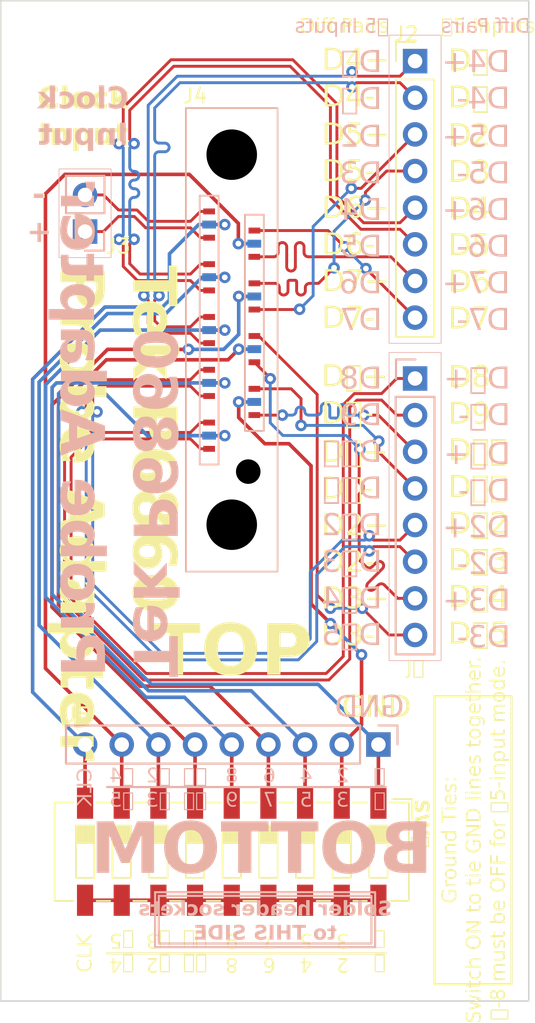
<source format=kicad_pcb>
(kicad_pcb (version 20221018) (generator pcbnew)
  (layers (0 "F.Cu" signal) (31 "B.Cu" signal) (34 "B.Paste" user) (35 "F.Paste" user) (36 "B.SilkS" user "B.Silkscreen") (37 "F.SilkS" user "F.Silkscreen") (38 "B.Mask" user) (39 "F.Mask" user) (44 "Edge.Cuts" user))
  (net 0 "")
  (net 1 "/D0+")
  (net 2 "/D0-")
  (net 3 "/D1+")
  (net 4 "/D1-")
  (net 5 "/D2+")
  (net 6 "/D2-")
  (net 7 "/D3-")
  (net 8 "/D3+")
  (net 9 "/D4+")
  (net 10 "/D4-")
  (net 11 "/D5-")
  (net 12 "/D5+")
  (net 13 "/D6-")
  (net 14 "/D6+")
  (net 15 "/D7-")
  (net 16 "/D7+")
  (net 17 "/CLK+")
  (net 18 "/CLK-")
  (net 19 "/GND1")
  (net 20 "/GND3")
  (net 21 "/GND5")
  (net 22 "/GND7")
  (net 23 "/GND9")
  (net 24 "/GND2")
  (net 25 "/GND4")
  (net 26 "/GND6")
  (net 27 "/GND8")
  (net 28 "/GNDTIE")
  (footprint "Connector_PinHeader_2.54mm:PinHeader_1x02_P2.54mm_Vertical" (layer "F.Cu") (at 21.082 31.242 180)
    (fp_text reference "J3")
    (fp_text value "Conn_01x02")
  )
  (footprint "Tek_Probe:Tek_6860_Footprint" (layer "F.Cu") (at 31.242 51.562 -90)
    (fp_text reference "J4")
    (fp_text value "P6860_Pads")
  )
  (footprint "Button_Switch_SMD:SW_DIP_SPSTx09_Slide_6.7x24.42mm_W6.73mm_P2.54mm_LowProfile_JPin" (layer "F.Cu") (at 31.242 74.231 -90)
    (fp_text reference "SW1" hide)
    (fp_text value "SW_DIP_x09")
  )
  (footprint "Connector_PinHeader_2.54mm:PinHeader_1x09_P2.54mm_Vertical" (layer "F.Cu") (at 41.402 66.802 -90)
    (fp_text reference "J5")
    (fp_text value "Conn_01x09")
  )
  (footprint "Connector_PinHeader_2.54mm:PinHeader_1x08_P2.54mm_Vertical" (layer "F.Cu") (at 43.942 19.427)
    (fp_text reference "J2")
    (fp_text value "Conn_01x08")
  )
  (footprint "Connector_PinHeader_2.54mm:PinHeader_1x08_P2.54mm_Vertical" (layer "F.Cu") (at 43.942 41.4274)
    (fp_text reference "J1" hide)
    (fp_text value "Conn_01x08")
  )
  (gr_rect (start 26.1874 77.2922) (end 40.9194 80.5942) (stroke (width 0.15)) (fill none) (layer "B.SilkS"))
  (gr_line (start 22.606 69.7484) (end 41.91 69.7484) (stroke (width 0.15)) (layer "B.SilkS"))
  (gr_rect (start 19.7612 27.3812) (end 22.4282 29.972) (stroke (width 0.15)) (fill none) (layer "B.SilkS"))
  (gr_rect (start 42.1386 17.6276) (end 45.7454 38.989) (stroke (width 0.05)) (fill none) (layer "B.SilkS"))
  (gr_line (start 42.6212 40.1066) (end 42.6212 41.4528) (stroke (width 0.15)) (layer "B.SilkS"))
  (gr_line (start 42.7228 65.4812) (end 41.402 65.4812) (stroke (width 0.15)) (layer "B.SilkS"))
  (gr_rect (start 25.9334 77.0382) (end 41.1734 80.8482) (stroke (width 0.15)) (fill none) (layer "B.SilkS"))
  (gr_rect (start 19.2786 26.8986) (end 22.8854 33.0454) (stroke (width 0.05)) (fill none) (layer "B.SilkS"))
  (gr_rect (start 42.1386 39.624) (end 45.7454 60.9854) (stroke (width 0.05)) (fill none) (layer "B.SilkS"))
  (gr_line (start 22.4028 32.5628) (end 21.082 32.5628) (stroke (width 0.15)) (layer "B.SilkS"))
  (gr_line (start 42.7228 65.4812) (end 42.7228 66.802) (stroke (width 0.15)) (layer "B.SilkS"))
  (gr_rect (start 42.5958 42.6974) (end 45.2882 60.5536) (stroke (width 0.15)) (fill none) (layer "B.SilkS"))
  (gr_line (start 42.6212 40.1066) (end 43.9674 40.1066) (stroke (width 0.15)) (layer "B.SilkS"))
  (gr_line (start 22.4028 31.242) (end 22.4028 32.5628) (stroke (width 0.15)) (layer "B.SilkS"))
  (gr_rect (start 19.7612 65.4812) (end 40.132 68.1228) (stroke (width 0.15)) (fill none) (layer "B.SilkS"))
  (gr_rect (start 45.2882 63.4492) (end 50.6222 83.4136) (stroke (width 0.15)) (fill none) (layer "F.SilkS"))
  (gr_line (start 41.91 81.28) (end 22.606 81.28) (stroke (width 0.15)) (layer "F.SilkS"))
  (gr_rect (start 15.24 15.24) (end 51.816 84.582) (stroke (width 0.1)) (fill none) (layer "Edge.Cuts"))
  (gr_text "+" (at 17.907 31.3436) (layer "B.SilkS") (effects (font (size 1.5 1.5) (thickness 0.2) bold) (justify mirror)))
  (gr_text "6\n7" (at 34.29 71.2724) (layer "B.SilkS") (effects (font (size 1 1)) (justify left bottom mirror)))
  (gr_text "CLK" (at 21.1074 69.7484 90) (layer "B.SilkS") (effects (font (size 1 1)) (justify mirror)))
  (gr_text "D4" (at 41.656 29.8196) (layer "B.SilkS") (effects (font (size 1.5 1.5)) (justify left mirror)))
  (gr_text "D-" (at 50.546 44.0436) (layer "B.SilkS") (effects (font (size 1.5 1.5)) (justify left mirror)))
  (gr_text "4\n5" (at 36.83 71.2724) (layer "B.SilkS") (effects (font (size 1 1)) (justify left bottom mirror)))
  (gr_text "D2" (at 41.656 24.7396) (layer "B.SilkS") (effects (font (size 1.5 1.5)) (justify left mirror)))
  (gr_text "D6-" (at 50.5206 32.3596) (layer "B.SilkS") (effects (font (size 1.5 1.5)) (justify left mirror)))
  (gr_text "D2-" (at 50.546 54.356) (layer "B.SilkS") (effects (font (size 1.5 1.5)) (justify left mirror)))
  (gr_text "Clock\nInput" (at 20.955 23.3426) (layer "B.SilkS") (effects (font (size 1.5 1.5) (thickness 0.3) bold) (justify mirror)))
  (gr_text "D" (at 41.656 46.5836) (layer "B.SilkS") (effects (font (size 1.5 1.5)) (justify left mirror)))
  (gr_text "D8" (at 41.656 41.5036) (layer "B.SilkS") (effects (font (size 1.5 1.5)) (justify left mirror)))
  (gr_text "D+" (at 50.546 46.736) (layer "B.SilkS") (effects (font (size 1.5 1.5)) (justify left mirror)))
  (gr_text "D7-" (at 50.5206 37.4396) (layer "B.SilkS") (effects (font (size 1.5 1.5)) (justify left mirror)))
  (gr_text "4\n5" (at 23.622 71.2724) (layer "B.SilkS") (effects (font (size 1 1)) (justify bottom mirror)))
  (gr_text "D3" (at 41.656 27.2796) (layer "B.SilkS") (effects (font (size 1.5 1.5)) (justify left mirror)))
  (gr_text "BOTTOM" (at 33.2994 74.2442) (layer "B.SilkS") (effects (font (size 3.5 3.5) (thickness 0.2) bold) (justify mirror)))
  (gr_text "D7+" (at 50.5206 34.8996) (layer "B.SilkS") (effects (font (size 1.5 1.5)) (justify left mirror)))
  (gr_text "D6+" (at 50.5206 29.8196) (layer "B.SilkS") (effects (font (size 1.5 1.5)) (justify left mirror)))
  (gr_text "\n" (at 28.702 71.2724) (layer "B.SilkS") (effects (font (size 1 1)) (justify bottom mirror)))
  (gr_text "D4+" (at 50.5206 19.558) (layer "B.SilkS") (effects (font (size 1.5 1.5)) (justify left mirror)))
  (gr_text "2\n3" (at 26.162 71.2724) (layer "B.SilkS") (effects (font (size 1 1)) (justify bottom mirror)))
  (gr_text "-" (at 18.288 29.6164) (layer "B.SilkS") (effects (font (size 1.5 1.5) (thickness 0.375) bold) (justify left bottom mirror)))
  (gr_text "D" (at 41.656 19.558) (layer "B.SilkS") (effects (font (size 1.5 1.5)) (justify left mirror)))
  (gr_text "D-" (at 50.546 49.276) (layer "B.SilkS") (effects (font (size 1.5 1.5)) (justify left mirror)))
  (gr_text "D+" (at 50.546 41.5036) (layer "B.SilkS") (effects (font (size 1.5 1.5)) (justify left mirror)))
  (gr_text "D7" (at 41.656 37.4396) (layer "B.SilkS") (effects (font (size 1.5 1.5)) (justify left mirror)))
  (gr_text "D2" (at 41.656 51.6636) (layer "B.SilkS") (effects (font (size 1.5 1.5)) (justify left mirror)))
  (gr_text "D2+" (at 50.546 51.816) (layer "B.SilkS") (effects (font (size 1.5 1.5)) (justify left mirror)))
  (gr_text "D4" (at 41.656 56.7436) (layer "B.SilkS") (effects (font (size 1.5 1.5)) (justify left mirror)))
  (gr_text "D" (at 41.656 49.1236) (layer "B.SilkS") (effects (font (size 1.5 1.5)) (justify left mirror)))
  (gr_text "Solder header sockets\nto THIS SIDE" (at 33.5534 79.0702) (layer "B.SilkS") (effects (font (size 1 1) (thickness 0.2) bold) (justify mirror)))
  (gr_text "D3+" (at 50.546 56.896) (layer "B.SilkS") (effects (font (size 1.5 1.5)) (justify left mirror)))
  (gr_text "D5-" (at 50.5206 27.2796) (layer "B.SilkS") (effects (font (size 1.5 1.5)) (justify left mirror)))
  (gr_text "D3" (at 41.656 54.2036) (layer "B.SilkS") (effects (font (size 1.5 1.5)) (justify left mirror)))
  (gr_text "D5+" (at 50.5206 24.7396) (layer "B.SilkS") (effects (font (size 1.5 1.5)) (justify left mirror)))
  (gr_text "\n" (at 41.91 71.2724) (layer "B.SilkS") (effects (font (size 1 1)) (justify left bottom mirror)))
  (gr_text "D4-" (at 50.5206 22.098) (layer "B.SilkS") (effects (font (size 1.5 1.5)) (justify left mirror)))
  (gr_text "D3-" (at 50.546 59.436) (layer "B.SilkS") (effects (font (size 1.5 1.5)) (justify left mirror)))
  (gr_text "D" (at 41.656 22.1234) (layer "B.SilkS") (effects (font (size 1.5 1.5)) (justify left mirror)))
  (gr_text "8\n9" (at 31.242 71.2724) (layer "B.SilkS") (effects (font (size 1 1)) (justify bottom mirror)))
  (gr_text "D6" (at 41.656 34.8996) (layer "B.SilkS") (effects (font (size 1.5 1.5)) (justify left mirror)))
  (gr_text "5 Inputs" (at 42.1386 17.6276) (layer "B.SilkS") (effects (font (size 1 1)) (justify left bottom mirror)))
  (gr_text "2\n3" (at 39.37 71.2724) (layer "B.SilkS") (effects (font (size 1 1)) (justify left bottom mirror)))
  (gr_text "D5" (at 41.656 59.2836) (layer "B.SilkS") (effects (font (size 1.5 1.5)) (justify left mirror)))
  (gr_text "D9" (at 41.656 44.0436) (layer "B.SilkS") (effects (font (size 1.5 1.5)) (justify left mirror)))
  (gr_text "Diff Pairs" (at 45.7454 17.6276) (layer "B.SilkS") (effects (font (size 1 1)) (justify right bottom mirror)))
  (gr_text "D5" (at 41.656 32.3596) (layer "B.SilkS") (effects (font (size 1.5 1.5)) (justify left mirror)))
  (gr_text "Tek P6860\nProbe Adapter" (at 18.8976 62.1284 270) (layer "B.SilkS") (effects (font (size 3 3) (thickness 0.2) bold) (justify left bottom mirror)))
  (gr_text "GND" (at 43.18 64.262) (layer "B.SilkS") (effects (font (size 1.5 1.5)) (justify left mirror)))
  (gr_text "D2-" (at 37.44668 54.2036) (layer "F.SilkS") (effects (font (size 1.5 1.5)) (justify left)))
  (gr_text "\n" (at 28.702 79.756 180) (layer "F.SilkS") (effects (font (size 1 1)) (justify bottom)))
  (gr_text "D4" (at 46.228 56.642) (layer "F.SilkS") (effects (font (size 1.5 1.5)) (justify left)))
  (gr_text "D" (at 46.228 22.0218) (layer "F.SilkS") (effects (font (size 1.5 1.5)) (justify left)))
  (gr_text "D5" (at 46.228 59.182) (layer "F.SilkS") (effects (font (size 1.5 1.5)) (justify left)))
  (gr_text "D" (at 46.228 19.4564) (layer "F.SilkS") (effects (font (size 1.5 1.5)) (justify left)))
  (gr_text "SW" (at 43.752 70.581 -90) (layer "F.SilkS") (effects (font (size 1 1) (thickness 0.25) bold) (justify left bottom)))
  (gr_text "D" (at 46.228 49.022) (layer "F.SilkS") (effects (font (size 1.5 1.5)) (justify left)))
  (gr_text "D-" (at 37.44668 49.1236) (layer "F.SilkS") (effects (font (size 1.5 1.5)) (justify left)))
  (gr_text "-" (at 17.526 29.6164) (layer "F.SilkS") (effects (font (size 1.5 1.5) (thickness 0.375) bold) (justify left bottom)))
  (gr_text "D3" (at 46.228 27.178) (layer "F.SilkS") (effects (font (size 1.5 1.5)) (justify left)))
  (gr_text "Clock\nInput" (at 20.955 23.3426) (layer "F.SilkS") (effects (font (size 1.5 1.5) (thickness 0.3) bold)))
  (gr_text "GND" (at 38.862 64.262) (layer "F.SilkS") (effects (font (size 1.5 1.5)) (justify left)))
  (gr_text "8\n9" (at 31.242 79.756 180) (layer "F.SilkS") (effects (font (size 1 1)) (justify bottom)))
  (gr_text "Diff Pairs" (at 42.1386 17.6276) (layer "F.SilkS") (effects (font (size 1 1)) (justify right bottom)))
  (gr_text "D8" (at 46.228 41.402) (layer "F.SilkS") (effects (font (size 1.5 1.5)) (justify left)))
  (gr_text "D3-" (at 37.44668 59.2836) (layer "F.SilkS") (effects (font (size 1.5 1.5)) (justify left)))
  (gr_text "J" (at 43.34197 62.098711) (layer "F.SilkS") (effects (font (size 1 1)) (justify left bottom)))
  (gr_text "D4-" (at 37.47208 21.9456) (layer "F.SilkS") (effects (font (size 1.5 1.5)) (justify left)))
  (gr_text "Tek P6860\nProbe Adapter" (at 18.8722 33.5788 270) (layer "F.SilkS") (effects (font (size 3 3) (thickness 0.2) bold) (justify left bottom)))
  (gr_text "D6" (at 46.228 34.798) (layer "F.SilkS") (effects (font (size 1.5 1.5)) (justify left)))
  (gr_text "\n" (at 41.91 79.756 180) (layer "F.SilkS") (effects (font (size 1 1)) (justify left bottom)))
  (gr_text "D5+" (at 37.47208 24.5872) (layer "F.SilkS") (effects (font (size 1.5 1.5)) (justify left)))
  (gr_text "D2" (at 46.228 24.638) (layer "F.SilkS") (effects (font (size 1.5 1.5)) (justify left)))
  (gr_text "D4+" (at 37.47208 19.4056) (layer "F.SilkS") (effects (font (size 1.5 1.5)) (justify left)))
  (gr_text "D5" (at 46.228 32.258) (layer "F.SilkS") (effects (font (size 1.5 1.5)) (justify left)))
  (gr_text "D5-" (at 37.47208 27.1272) (layer "F.SilkS") (effects (font (size 1.5 1.5)) (justify left)))
  (gr_text "D+" (at 37.44668 46.5836) (layer "F.SilkS") (effects (font (size 1.5 1.5)) (justify left)))
  (gr_text "D3+" (at 37.44668 56.7436) (layer "F.SilkS") (effects (font (size 1.5 1.5)) (justify left)))
  (gr_text "D4" (at 46.228 29.718) (layer "F.SilkS") (effects (font (size 1.5 1.5)) (justify left)))
  (gr_text "5 Inputs" (at 45.7454 17.6276) (layer "F.SilkS") (effects (font (size 1 1)) (justify left bottom)))
  (gr_text "CLK" (at 21.1074 81.28 90) (layer "F.SilkS") (effects (font (size 1 1))))
  (gr_text "D+" (at 37.44668 41.3512) (layer "F.SilkS") (effects (font (size 1.5 1.5)) (justify left)))
  (gr_text "D2" (at 46.228 51.562) (layer "F.SilkS") (effects (font (size 1.5 1.5)) (justify left)))
  (gr_text "6\n7" (at 34.29 79.756 180) (layer "F.SilkS") (effects (font (size 1 1)) (justify left bottom)))
  (gr_text "Ground Ties:\nSwitch ON to tie GND lines together.\n-8 must be OFF for 5-input mode." (at 45.7962 73.406 90) (layer "F.SilkS") (effects (font (size 1 1)) (justify top)))
  (gr_text "D7" (at 46.228 37.338) (layer "F.SilkS") (effects (font (size 1.5 1.5)) (justify left)))
  (gr_text "D3" (at 46.228 54.102) (layer "F.SilkS") (effects (font (size 1.5 1.5)) (justify left)))
  (gr_text "D" (at 46.228 46.482) (layer "F.SilkS") (effects (font (size 1.5 1.5)) (justify left)))
  (gr_text "D9" (at 46.228 43.942) (layer "F.SilkS") (effects (font (size 1.5 1.5)) (justify left)))
  (gr_text "2\n3" (at 26.162 79.756 180) (layer "F.SilkS") (effects (font (size 1 1)) (justify bottom)))
  (gr_text "2\n3" (at 39.37 79.756 180) (layer "F.SilkS") (effects (font (size 1 1)) (justify left bottom)))
  (gr_text "D2+" (at 37.44668 51.6636) (layer "F.SilkS") (effects (font (size 1.5 1.5)) (justify left)))
  (gr_text "4\n5" (at 23.622 79.756 180) (layer "F.SilkS") (effects (font (size 1 1)) (justify bottom)))
  (gr_text "D6+" (at 37.47208 29.6672) (layer "F.SilkS") (effects (font (size 1.5 1.5)) (justify left)))
  (gr_text "TOP" (at 31.2928 60.5028) (layer "F.SilkS") (effects (font (size 3.5 3.5) (thickness 0.2) bold)))
  (gr_text "D7-" (at 37.47208 37.2872) (layer "F.SilkS") (effects (font (size 1.5 1.5)) (justify left)))
  (gr_text "D7+" (at 37.47208 34.7472) (layer "F.SilkS") (effects (font (size 1.5 1.5)) (justify left)))
  (gr_text "D-" (at 37.44668 43.8912) (layer "F.SilkS") (effects (font (size 1.5 1.5)) (justify left)))
  (gr_text "D6-" (at 37.47208 32.2072) (layer "F.SilkS") (effects (font (size 1.5 1.5)) (justify left)))
  (gr_text "4\n5" (at 36.83 79.756 180) (layer "F.SilkS") (effects (font (size 1 1)) (justify left bottom)))
  (gr_text "+" (at 17.907 31.3436) (layer "F.SilkS") (effects (font (size 1.5 1.5) (thickness 0.2) bold)))
  (segment (start 43.942 41.4274) (end 42.666999 41.4274) (width 0.2) (layer "F.Cu") (net 1))
  (segment (start 38.9672 60.689) (end 37.7782 61.878) (width 0.2) (layer "F.Cu") (net 1))
  (segment (start 25.3154 61.878) (end 20.1132 56.6758) (width 0.2) (layer "F.Cu") (net 1))
  (segment (start 37.7782 61.878) (end 25.3154 61.878) (width 0.2) (layer "F.Cu") (net 1))
  (segment (start 28.384499 45.617) (end 29.069499 46.302) (width 0.2) (layer "F.Cu") (net 1))
  (segment (start 39.734 42.4724) (end 38.9672 43.2392) (width 0.2) (layer "F.Cu") (net 1))
  (segment (start 20.1132 56.6758) (end 20.1132 46.88) (width 0.2) (layer "F.Cu") (net 1))
  (segment (start 20.1132 46.88) (end 21.3762 45.617) (width 0.2) (layer "F.Cu") (net 1))
  (segment (start 38.9672 43.2392) (end 38.9672 60.689) (width 0.2) (layer "F.Cu") (net 1))
  (segment (start 29.069499 46.302) (end 29.677 46.302) (width 0.2) (layer "F.Cu") (net 1))
  (segment (start 41.621999 42.4724) (end 39.734 42.4724) (width 0.2) (layer "F.Cu") (net 1))
  (segment (start 42.666999 41.4274) (end 41.621999 42.4724) (width 0.2) (layer "F.Cu") (net 1))
  (segment (start 21.3762 45.617) (end 28.384499 45.617) (width 0.2) (layer "F.Cu") (net 1))
  (segment (start 19.6632 46.6936) (end 21.1898 45.167) (width 0.2) (layer "F.Cu") (net 2))
  (segment (start 39.4172 60.8754) (end 37.9646 62.328) (width 0.2) (layer "F.Cu") (net 2))
  (segment (start 21.1898 45.167) (end 28.384499 45.167) (width 0.2) (layer "F.Cu") (net 2))
  (segment (start 42.666999 43.9674) (end 41.621999 42.9224) (width 0.2) (layer "F.Cu") (net 2))
  (segment (start 39.4172 43.4256) (end 39.4172 60.8754) (width 0.2) (layer "F.Cu") (net 2))
  (segment (start 37.9646 62.328) (end 25.129 62.328) (width 0.2) (layer "F.Cu") (net 2))
  (segment (start 41.621999 42.9224) (end 39.9204 42.9224) (width 0.2) (layer "F.Cu") (net 2))
  (segment (start 39.9204 42.9224) (end 39.4172 43.4256) (width 0.2) (layer "F.Cu") (net 2))
  (segment (start 29.069499 44.482) (end 29.677 44.482) (width 0.2) (layer "F.Cu") (net 2))
  (segment (start 19.6632 56.8622) (end 19.6632 46.6936) (width 0.2) (layer "F.Cu") (net 2))
  (segment (start 43.942 43.9674) (end 42.666999 43.9674) (width 0.2) (layer "F.Cu") (net 2))
  (segment (start 28.384499 45.167) (end 29.069499 44.482) (width 0.2) (layer "F.Cu") (net 2))
  (segment (start 25.129 62.328) (end 19.6632 56.8622) (width 0.2) (layer "F.Cu") (net 2))
  (segment (start 32.8124 43.9674) (end 32.807 43.962) (width 0.2) (layer "F.Cu") (net 3))
  (segment (start 34.7472 43.9674) (end 32.8124 43.9674) (width 0.2) (layer "F.Cu") (net 3))
  (segment (start 41.402 43.9674) (end 40.386 43.9674) (width 0.2) (layer "F.Cu") (net 3))
  (segment (start 43.942 46.5074) (end 41.402 43.9674) (width 0.2) (layer "F.Cu") (net 3))
  (via (at 40.386 43.9674) (size 0.8) (drill 0.4) (layers "F.Cu" "B.Cu") (net 3))
  (via (at 34.7472 43.9674) (size 0.8) (drill 0.4) (layers "F.Cu" "B.Cu") (net 3))
  (segment (start 39.2348 43.6674) (end 39.2348 43.523114) (width 0.2) (layer "B.Cu") (net 3))
  (segment (start 38.0348 43.6674) (end 38.0348 43.43454) (width 0.2) (layer "B.Cu") (net 3))
  (segment (start 38.5348 44.1674) (end 38.1348 44.1674) (width 0.2) (layer "B.Cu") (net 3))
  (segment (start 40.386 43.9674) (end 39.5348 43.9674) (width 0.2) (layer "B.Cu") (net 3))
  (segment (start 38.6348 43.523114) (end 38.6348 43.9674) (width 0.2) (layer "B.Cu") (net 3))
  (segment (start 36.01555 43.406949) (end 35.976 43.406949) (width 0.2) (layer "B.Cu") (net 3))
  (segment (start 35.376 43.9674) (end 34.7472 43.9674) (width 0.2) (layer "B.Cu") (net 3))
  (segment (start 37.1348 43.9674) (end 36.703 43.9674) (width 0.2) (layer "B.Cu") (net 3))
  (segment (start 35.41555 43.9674) (end 35.376 43.9674) (width 0.2) (layer "B.Cu") (net 3))
  (segment (start 36.703 43.9674) (end 36.576 43.9674) (width 0.2) (layer "B.Cu") (net 3))
  (segment (start 37.4348 43.43454) (end 37.4348 43.6674) (width 0.2) (layer "B.Cu") (net 3))
  (segment (start 38.6348 43.9674) (end 38.6348 44.0674) (width 0.2) (layer "B.Cu") (net 3))
  (segment (start 36.295775 43.687175) (end 36.295775 43.687174) (width 0.2) (layer "B.Cu") (net 3))
  (segment (start 38.0348 44.0674) (end 38.0348 43.6674) (width 0.2) (layer "B.Cu") (net 3))
  (segment (start 35.695775 43.687174) (end 35.695775 43.687175) (width 0.2) (layer "B.Cu") (net 3))
  (arc (start 38.9348 43.223114) (mid 38.722668 43.310982) (end 38.6348 43.523114) (width 0.2) (layer "B.Cu") (net 3))
  (arc (start 39.2348 43.523114) (mid 39.146932 43.310982) (end 38.9348 43.223114) (width 0.2) (layer "B.Cu") (net 3))
  (arc (start 38.6348 44.0674) (mid 38.605511 44.138111) (end 38.5348 44.1674) (width 0.2) (layer "B.Cu") (net 3))
  (arc (start 35.695775 43.687175) (mid 35.613699 43.885324) (end 35.41555 43.9674) (width 0.2) (layer "B.Cu") (net 3))
  (arc (start 35.976 43.406949) (mid 35.777851 43.489025) (end 35.695775 43.687174) (width 0.2) (layer "B.Cu") (net 3))
  (arc (start 37.4348 43.6674) (mid 37.346932 43.879532) (end 37.1348 43.9674) (width 0.2) (layer "B.Cu") (net 3))
  (arc (start 37.7348 43.13454) (mid 37.522668 43.222408) (end 37.4348 43.43454) (width 0.2) (layer "B.Cu") (net 3))
  (arc (start 38.1348 44.1674) (mid 38.064089 44.138111) (end 38.0348 44.0674) (width 0.2) (layer "B.Cu") (net 3))
  (arc (start 36.576 43.9674) (mid 36.377851 43.885324) (end 36.295775 43.687175) (width 0.2) (layer "B.Cu") (net 3))
  (arc (start 39.5348 43.9674) (mid 39.322668 43.879532) (end 39.2348 43.6674) (width 0.2) (layer "B.Cu") (net 3))
  (arc (start 36.295775 43.687174) (mid 36.213699 43.489025) (end 36.01555 43.406949) (width 0.2) (layer "B.Cu") (net 3))
  (arc (start 38.0348 43.43454) (mid 37.946932 43.222408) (end 37.7348 43.13454) (width 0.2) (layer "B.Cu") (net 3))
  (segment (start 43.942 49.0474) (end 41.4274 46.5328) (width 0.2) (layer "F.Cu") (net 4))
  (segment (start 35.3602 42.142) (end 32.812 42.142) (width 0.2) (layer "F.Cu") (net 4))
  (segment (start 36.0426 44.6786) (end 36.0426 42.8244) (width 0.2) (layer "F.Cu") (net 4))
  (segment (start 36.0426 42.8244) (end 35.3602 42.142) (width 0.2) (layer "F.Cu") (net 4))
  (segment (start 41.4274 46.5328) (end 41.4274 45.7708) (width 0.2) (layer "F.Cu") (net 4))
  (via (at 41.4274 45.7708) (size 0.8) (drill 0.4) (layers "F.Cu" "B.Cu") (net 4))
  (via (at 36.0426 44.6786) (size 0.8) (drill 0.4) (layers "F.Cu" "B.Cu") (net 4))
  (segment (start 41.4274 45.7708) (end 40.3352 44.6786) (width 0.2) (layer "B.Cu") (net 4))
  (segment (start 40.3352 44.6786) (end 36.0426 44.6786) (width 0.2) (layer "B.Cu") (net 4))
  (segment (start 43.942 51.5874) (end 42.897001 52.632399) (width 0.2) (layer "F.Cu") (net 5))
  (segment (start 21.9118 43.7388) (end 21.6118 43.4388) (width 0.2) (layer "F.Cu") (net 5))
  (segment (start 21.6118 42.394961) (end 22.049761 41.957) (width 0.2) (layer "F.Cu") (net 5))
  (segment (start 28.384499 41.957) (end 29.069499 42.642) (width 0.2) (layer "F.Cu") (net 5))
  (segment (start 21.6118 43.4388) (end 21.6118 42.394961) (width 0.2) (layer "F.Cu") (net 5))
  (segment (start 41.066999 52.632399) (end 40.767 52.3324) (width 0.2) (layer "F.Cu") (net 5))
  (segment (start 29.069499 42.642) (end 29.677 42.642) (width 0.2) (layer "F.Cu") (net 5))
  (segment (start 22.049761 41.957) (end 28.384499 41.957) (width 0.2) (layer "F.Cu") (net 5))
  (segment (start 42.897001 52.632399) (end 41.066999 52.632399) (width 0.2) (layer "F.Cu") (net 5))
  (via (at 40.767 52.3324) (size 0.8) (drill 0.4) (layers "F.Cu" "B.Cu") (net 5))
  (via (at 21.9118 43.7388) (size 0.8) (drill 0.4) (layers "F.Cu" "B.Cu") (net 5))
  (segment (start 21.611801 55.685201) (end 21.611801 44.038799) (width 0.2) (layer "B.Cu") (net 5))
  (segment (start 36.6812 54.847) (end 36.6812 59.4698) (width 0.2) (layer "B.Cu") (net 5))
  (segment (start 26.4076 60.481) (end 21.611801 55.685201) (width 0.2) (layer "B.Cu") (net 5))
  (segment (start 40.467001 52.632399) (end 38.895801 52.632399) (width 0.2) (layer "B.Cu") (net 5))
  (segment (start 35.67 60.481) (end 26.4076 60.481) (width 0.2) (layer "B.Cu") (net 5))
  (segment (start 40.767 52.3324) (end 40.467001 52.632399) (width 0.2) (layer "B.Cu") (net 5))
  (segment (start 21.611801 44.038799) (end 21.9118 43.7388) (width 0.2) (layer "B.Cu") (net 5))
  (segment (start 38.895801 52.632399) (end 36.6812 54.847) (width 0.2) (layer "B.Cu") (net 5))
  (segment (start 36.6812 59.4698) (end 35.67 60.481) (width 0.2) (layer "B.Cu") (net 5))
  (segment (start 41.066999 53.082401) (end 40.767 53.3824) (width 0.2) (layer "F.Cu") (net 6))
  (segment (start 21.1618 42.208561) (end 21.863361 41.507) (width 0.2) (layer "F.Cu") (net 6))
  (segment (start 28.384499 41.507) (end 29.069499 40.822) (width 0.2) (layer "F.Cu") (net 6))
  (segment (start 21.1618 43.4388) (end 21.1618 42.208561) (width 0.2) (layer "F.Cu") (net 6))
  (segment (start 20.8618 43.7388) (end 21.1618 43.4388) (width 0.2) (layer "F.Cu") (net 6))
  (segment (start 29.069499 40.822) (end 29.677 40.822) (width 0.2) (layer "F.Cu") (net 6))
  (segment (start 21.863361 41.507) (end 28.384499 41.507) (width 0.2) (layer "F.Cu") (net 6))
  (segment (start 42.897001 53.082401) (end 41.066999 53.082401) (width 0.2) (layer "F.Cu") (net 6))
  (segment (start 43.942 54.1274) (end 42.897001 53.082401) (width 0.2) (layer "F.Cu") (net 6))
  (via (at 40.767 53.3824) (size 0.8) (drill 0.4) (layers "F.Cu" "B.Cu") (net 6))
  (via (at 20.8618 43.7388) (size 0.8) (drill 0.4) (layers "F.Cu" "B.Cu") (net 6))
  (segment (start 40.767 53.3824) (end 40.467001 53.082401) (width 0.2) (layer "B.Cu") (net 6))
  (segment (start 35.8564 60.931) (end 26.2212 60.931) (width 0.2) (layer "B.Cu") (net 6))
  (segment (start 37.1312 55.0334) (end 37.1312 59.6562) (width 0.2) (layer "B.Cu") (net 6))
  (segment (start 37.1312 59.6562) (end 35.8564 60.931) (width 0.2) (layer "B.Cu") (net 6))
  (segment (start 26.2212 60.931) (end 21.161799 55.871599) (width 0.2) (layer "B.Cu") (net 6))
  (segment (start 40.467001 53.082401) (end 39.082199 53.082401) (width 0.2) (layer "B.Cu") (net 6))
  (segment (start 21.161799 44.038799) (end 20.8618 43.7388) (width 0.2) (layer "B.Cu") (net 6))
  (segment (start 39.082199 53.082401) (end 37.1312 55.0334) (width 0.2) (layer "B.Cu") (net 6))
  (segment (start 21.161799 55.871599) (end 21.161799 44.038799) (width 0.2) (layer "B.Cu") (net 6))
  (segment (start 40.346003 48.8792) (end 40.346003 49.200198) (width 0.2) (layer "F.Cu") (net 7))
  (segment (start 40.1167 46.3296) (end 40.067 46.3793) (width 0.2) (layer "F.Cu") (net 7))
  (segment (start 40.206502 49.339699) (end 40.206501 49.339699) (width 0.2) (layer "F.Cu") (net 7))
  (segment (start 40.067 49.54194) (end 40.067 53.994481) (width 0.2) (layer "F.Cu") (net 7))
  (segment (start 41.675535 54.613067) (end 40.685586 55.603016) (width 0.2) (layer "F.Cu") (net 7))
  (segment (start 40.067 53.994481) (end 40.544163 54.471645) (width 0.2) (layer "F.Cu") (net 7))
  (segment (start 41.109851 56.027282) (end 41.392693 55.744439) (width 0.2) (layer "F.Cu") (net 7))
  (segment (start 40.968427 54.471645) (end 41.25127 54.188803) (width 0.2) (layer "F.Cu") (net 7))
  (segment (start 41.25127 54.188803) (end 41.25127 54.188802) (width 0.2) (layer "F.Cu") (net 7))
  (segment (start 33.909 41.399) (end 32.812 40.302) (width 0.2) (layer "F.Cu") (net 7))
  (segment (start 40.067 49.4792) (end 40.067 49.54194) (width 0.2) (layer "F.Cu") (net 7))
  (segment (start 40.685586 55.603016) (end 40.685586 55.603017) (width 0.2) (layer "F.Cu") (net 7))
  (segment (start 41.392693 55.744439) (end 41.392694 55.744439) (width 0.2) (layer "F.Cu") (net 7))
  (segment (start 41.816959 55.74444) (end 42.739919 56.6674) (width 0.2) (layer "F.Cu") (net 7))
  (segment (start 40.067 46.3793) (end 40.067 48.600198) (width 0.2) (layer "F.Cu") (net 7))
  (segment (start 40.206501 48.739699) (end 40.206502 48.739699) (width 0.2) (layer "F.Cu") (net 7))
  (segment (start 42.739919 56.6674) (end 43.942 56.6674) (width 0.2) (layer "F.Cu") (net 7))
  (segment (start 33.909 41.4425) (end 33.909 41.399) (width 0.2) (layer "F.Cu") (net 7))
  (via (at 33.909 41.4425) (size 0.8) (drill 0.4) (layers "F.Cu" "B.Cu") (net 7))
  (via (at 40.1167 46.3296) (size 0.8) (drill 0.4) (layers "F.Cu" "B.Cu") (net 7))
  (arc (start 41.675535 54.188803) (mid 41.763403 54.400935) (end 41.675535 54.613067) (width 0.2) (layer "F.Cu") (net 7))
  (arc (start 40.206501 49.339699) (mid 40.107859 49.380558) (end 40.067 49.4792) (width 0.2) (layer "F.Cu") (net 7))
  (arc (start 40.067 48.600198) (mid 40.107859 48.69884) (end 40.206501 48.739699) (width 0.2) (layer "F.Cu") (net 7))
  (arc (start 40.544163 54.471645) (mid 40.756295 54.559513) (end 40.968427 54.471645) (width 0.2) (layer "F.Cu") (net 7))
  (arc (start 41.25127 54.188802) (mid 41.463403 54.100934) (end 41.675535 54.188803) (width 0.2) (layer "F.Cu") (net 7))
  (arc (start 41.392694 55.744439) (mid 41.604826 55.65657) (end 41.816959 55.74444) (width 0.2) (layer "F.Cu") (net 7))
  (arc (start 40.685586 55.603017) (mid 40.597717 55.815149) (end 40.685587 56.027282) (width 0.2) (layer "F.Cu") (net 7))
  (arc (start 40.685587 56.027282) (mid 40.897719 56.11515) (end 41.109851 56.027282) (width 0.2) (layer "F.Cu") (net 7))
  (arc (start 40.206502 48.739699) (mid 40.305144 48.780558) (end 40.346003 48.8792) (width 0.2) (layer "F.Cu") (net 7))
  (arc (start 40.346003 49.200198) (mid 40.305144 49.29884) (end 40.206502 49.339699) (width 0.2) (layer "F.Cu") (net 7))
  (segment (start 40.1167 46.3296) (end 39.1657 45.3786) (width 0.2) (layer "B.Cu") (net 7))
  (segment (start 33.909 44.5008) (end 33.909 41.4425) (width 0.2) (layer "B.Cu") (net 7))
  (segment (start 39.1657 45.3786) (end 34.7868 45.3786) (width 0.2) (layer "B.Cu") (net 7))
  (segment (start 34.7868 45.3786) (end 33.909 44.5008) (width 0.2) (layer "B.Cu") (net 7))
  (segment (start 33.112 38.482) (end 32.812 38.482) (width 0.2) (layer "F.Cu") (net 8))
  (segment (start 37.1602 42.5302) (end 33.112 38.482) (width 0.2) (layer "F.Cu") (net 8))
  (segment (start 42.1386 59.2074) (end 40.2844 57.3532) (width 0.2) (layer "F.Cu") (net 8))
  (segment (start 37.1602 56.4388) (end 37.1602 42.5302) (width 0.2) (layer "F.Cu") (net 8))
  (segment (start 43.942 59.2074) (end 42.1386 59.2074) (width 0.2) (layer "F.Cu") (net 8))
  (segment (start 38.0746 57.3532) (end 37.1602 56.4388) (width 0.2) (layer "F.Cu") (net 8))
  (via (at 40.2844 57.3532) (size 0.8) (drill 0.4) (layers "F.Cu" "B.Cu") (net 8))
  (via (at 38.0746 57.3532) (size 0.8) (drill 0.4) (layers "F.Cu" "B.Cu") (net 8))
  (segment (start 40.2844 57.3532) (end 38.0746 57.3532) (width 0.2) (layer "B.Cu") (net 8))
  (segment (start 26.1399 38.2945) (end 28.386999 38.2945) (width 0.2) (layer "F.Cu") (net 9))
  (segment (start 25.4544 35.987) (end 25.4544 37.609) (width 0.2) (layer "F.Cu") (net 9))
  (segment (start 25.4544 37.609) (end 26.1399 38.2945) (width 0.2) (layer "F.Cu") (net 9))
  (segment (start 29.069499 38.977) (end 29.677 38.977) (width 0.2) (layer "F.Cu") (net 9))
  (segment (start 42.897001 20.471999) (end 39.873199 20.471999) (width 0.2) (layer "F.Cu") (net 9))
  (segment (start 25.1544 35.687) (end 25.4544 35.987) (width 0.2) (layer "F.Cu") (net 9))
  (segment (start 39.873199 20.471999) (end 39.5732 20.172) (width 0.2) (layer "F.Cu") (net 9))
  (segment (start 28.386999 38.2945) (end 29.069499 38.977) (width 0.2) (layer "F.Cu") (net 9))
  (segment (start 43.942 19.427) (end 42.897001 20.471999) (width 0.2) (layer "F.Cu") (net 9))
  (via (at 25.1544 35.687) (size 0.8) (drill 0.4) (layers "F.Cu" "B.Cu") (net 9))
  (via (at 39.5732 20.172) (size 0.8) (drill 0.4) (layers "F.Cu" "B.Cu") (net 9))
  (segment (start 27.469801 20.471999) (end 25.4544 22.4874) (width 0.2) (layer "B.Cu") (net 9))
  (segment (start 25.4544 22.4874) (end 25.454399 35.387001) (width 0.2) (layer "B.Cu") (net 9))
  (segment (start 39.273201 20.471999) (end 27.469801 20.471999) (width 0.2) (layer "B.Cu") (net 9))
  (segment (start 39.5732 20.172) (end 39.273201 20.471999) (width 0.2) (layer "B.Cu") (net 9))
  (segment (start 25.454399 35.387001) (end 25.1544 35.687) (width 0.2) (layer "B.Cu") (net 9))
  (segment (start 42.897001 20.922001) (end 39.873199 20.922001) (width 0.2) (layer "F.Cu") (net 10))
  (segment (start 39.873199 20.922001) (end 39.5732 21.222) (width 0.2) (layer "F.Cu") (net 10))
  (segment (start 29.069499 37.162) (end 29.677 37.162) (width 0.2) (layer "F.Cu") (net 10))
  (segment (start 26.2044 35.687) (end 25.9044 35.987) (width 0.2) (layer "F.Cu") (net 10))
  (segment (start 26.3263 37.8445) (end 28.386999 37.8445) (width 0.2) (layer "F.Cu") (net 10))
  (segment (start 25.9044 37.4226) (end 26.3263 37.8445) (width 0.2) (layer "F.Cu") (net 10))
  (segment (start 28.386999 37.8445) (end 29.069499 37.162) (width 0.2) (layer "F.Cu") (net 10))
  (segment (start 25.9044 35.987) (end 25.9044 37.4226) (width 0.2) (layer "F.Cu") (net 10))
  (segment (start 43.942 21.967) (end 42.897001 20.922001) (width 0.2) (layer "F.Cu") (net 10))
  (via (at 39.5732 21.222) (size 0.8) (drill 0.4) (layers "F.Cu" "B.Cu") (net 10))
  (via (at 26.2044 35.687) (size 0.8) (drill 0.4) (layers "F.Cu" "B.Cu") (net 10))
  (segment (start 39.273201 20.922001) (end 39.5732 21.222) (width 0.2) (layer "B.Cu") (net 10))
  (segment (start 27.656199 20.922001) (end 39.273201 20.922001) (width 0.2) (layer "B.Cu") (net 10))
  (segment (start 26.6044 25.1096) (end 26.2044 25.1096) (width 0.2) (layer "B.Cu") (net 10))
  (segment (start 26.2044 35.687) (end 25.904401 35.387001) (width 0.2) (layer "B.Cu") (net 10))
  (segment (start 26.2044 25.7096) (end 26.6044 25.7096) (width 0.2) (layer "B.Cu") (net 10))
  (segment (start 25.9044 22.6738) (end 27.656199 20.922001) (width 0.2) (layer "B.Cu") (net 10))
  (segment (start 25.9044 24.8096) (end 25.9044 24.332064) (width 0.2) (layer "B.Cu") (net 10))
  (segment (start 25.904401 35.387001) (end 25.9044 26.0096) (width 0.2) (layer "B.Cu") (net 10))
  (segment (start 25.9044 24.332064) (end 25.9044 22.6738) (width 0.2) (layer "B.Cu") (net 10))
  (arc (start 25.9044 26.0096) (mid 25.992268 25.797468) (end 26.2044 25.7096) (width 0.2) (layer "B.Cu") (net 10))
  (arc (start 26.9044 25.4096) (mid 26.816532 25.197468) (end 26.6044 25.1096) (width 0.2) (layer "B.Cu") (net 10))
  (arc (start 26.2044 25.1096) (mid 25.992268 25.021732) (end 25.9044 24.8096) (width 0.2) (layer "B.Cu") (net 10))
  (arc (start 26.6044 25.7096) (mid 26.816532 25.621732) (end 26.9044 25.4096) (width 0.2) (layer "B.Cu") (net 10))
  (segment (start 39.5224 28.2448) (end 40.2042 28.2448) (width 0.2) (layer "F.Cu") (net 11))
  (segment (start 35.941 36.6268) (end 35.9208 36.647) (width 0.2) (layer "F.Cu") (net 11))
  (segment (start 40.2042 28.2448) (end 43.942 24.507) (width 0.2) (layer "F.Cu") (net 11))
  (segment (start 35.9208 36.647) (end 32.812 36.647) (width 0.2) (layer "F.Cu") (net 11))
  (via (at 35.941 36.6268) (size 0.8) (drill 0.4) (layers "F.Cu" "B.Cu") (net 11))
  (via (at 39.5224 28.2448) (size 0.8) (drill 0.4) (layers "F.Cu" "B.Cu") (net 11))
  (segment (start 36.8808 34.3662) (end 36.8808 35.687) (width 0.2) (layer "B.Cu") (net 11))
  (segment (start 39.5224 28.2448) (end 36.8808 30.8864) (width 0.2) (layer "B.Cu") (net 11))
  (segment (start 36.8808 30.8864) (end 36.8808 34.3662) (width 0.2) (layer "B.Cu") (net 11))
  (segment (start 36.8808 35.687) (end 35.941 36.6268) (width 0.2) (layer "B.Cu") (net 11))
  (segment (start 43.942 27.047) (end 41.967686 27.047) (width 0.2) (layer "F.Cu") (net 12))
  (segment (start 40.501743 29.043457) (end 40.4876 29.0576) (width 0.2) (layer "F.Cu") (net 12))
  (segment (start 36.3392 35.345841) (end 36.3392 35.132) (width 0.2) (layer "F.Cu") (net 12))
  (segment (start 40.501743 28.512943) (end 40.501743 29.043457) (width 0.2) (layer "F.Cu") (net 12))
  (segment (start 35.245699 34.619001) (end 35.632701 34.619001) (width 0.2) (layer "F.Cu") (net 12))
  (segment (start 35.7392 34.7255) (end 35.7392 34.832) (width 0.2) (layer "F.Cu") (net 12))
  (segment (start 35.1392 35.132) (end 35.1392 34.7255) (width 0.2) (layer "F.Cu") (net 12))
  (segment (start 34.5392 35.132) (end 34.5392 35.345847) (width 0.2) (layer "F.Cu") (net 12))
  (segment (start 37.2532 34.832) (end 38.3286 33.7566) (width 0.2) (layer "F.Cu") (net 12))
  (segment (start 36.6392 34.832) (end 37.2532 34.832) (width 0.2) (layer "F.Cu") (net 12))
  (segment (start 32.812 34.832) (end 34.2392 34.832) (width 0.2) (layer "F.Cu") (net 12))
  (segment (start 35.7392 34.832) (end 35.7392 35.345841) (width 0.2) (layer "F.Cu") (net 12))
  (segment (start 35.1392 35.345847) (end 35.1392 35.132) (width 0.2) (layer "F.Cu") (net 12))
  (segment (start 41.967686 27.047) (end 40.501743 28.512943) (width 0.2) (layer "F.Cu") (net 12))
  (via (at 38.3286 33.7566) (size 0.8) (drill 0.4) (layers "F.Cu" "B.Cu") (net 12))
  (via (at 40.4876 29.0576) (size 0.8) (drill 0.4) (layers "F.Cu" "B.Cu") (net 12))
  (arc (start 35.1392 34.7255) (mid 35.170393 34.650194) (end 35.245699 34.619001) (width 0.2) (layer "F.Cu") (net 12))
  (arc (start 35.632701 34.619001) (mid 35.708007 34.650194) (end 35.7392 34.7255) (width 0.2) (layer "F.Cu") (net 12))
  (arc (start 34.2392 34.832) (mid 34.451332 34.919868) (end 34.5392 35.132) (width 0.2) (layer "F.Cu") (net 12))
  (arc (start 36.0392 35.645841) (mid 36.251332 35.557973) (end 36.3392 35.345841) (width 0.2) (layer "F.Cu") (net 12))
  (arc (start 34.8392 35.645847) (mid 35.051332 35.557979) (end 35.1392 35.345847) (width 0.2) (layer "F.Cu") (net 12))
  (arc (start 36.3392 35.132) (mid 36.427068 34.919868) (end 36.6392 34.832) (width 0.2) (layer "F.Cu") (net 12))
  (arc (start 35.7392 35.345841) (mid 35.827068 35.557973) (end 36.0392 35.645841) (width 0.2) (layer "F.Cu") (net 12))
  (arc (start 34.5392 35.345847) (mid 34.627068 35.557979) (end 34.8392 35.645847) (width 0.2) (layer "F.Cu") (net 12))
  (segment (start 38.3286 31.2166) (end 38.3286 33.7566) (width 0.2) (layer "B.Cu") (net 12))
  (segment (start 40.4876 29.0576) (end 38.3286 31.2166) (width 0.2) (layer "B.Cu") (net 12))
  (segment (start 38.5282 28.7866) (end 38.5282 22.3858) (width 0.2) (layer "F.Cu") (net 13))
  (segment (start 27.034 19.333) (end 23.727199 22.639801) (width 0.2) (layer "F.Cu") (net 13))
  (segment (start 23.4272 31.7754) (end 23.7272 32.0754) (width 0.2) (layer "F.Cu") (net 13))
  (segment (start 42.897001 30.631999) (end 40.373599 30.631999) (width 0.2) (layer "F.Cu") (net 13))
  (segment (start 23.7272 32.0754) (end 23.7272 33.66099) (width 0.2) (layer "F.Cu") (net 13))
  (segment (start 29.069499 35.322) (end 29.677 35.322) (width 0.2) (layer "F.Cu") (net 13))
  (segment (start 28.384499 34.637) (end 29.069499 35.322) (width 0.2) (layer "F.Cu") (net 13))
  (segment (start 24.70321 34.637) (end 28.384499 34.637) (width 0.2) (layer "F.Cu") (net 13))
  (segment (start 23.727199 22.639801) (end 23.727199 24.846001) (width 0.2) (layer "F.Cu") (net 13))
  (segment (start 35.4754 19.333) (end 27.034 19.333) (width 0.2) (layer "F.Cu") (net 13))
  (segment (start 23.727199 24.846001) (end 23.4272 25.146) (width 0.2) (layer "F.Cu") (net 13))
  (segment (start 40.373599 30.631999) (end 38.5282 28.7866) (width 0.2) (layer "F.Cu") (net 13))
  (segment (start 23.7272 33.66099) (end 24.70321 34.637) (width 0.2) (layer "F.Cu") (net 13))
  (segment (start 38.5282 22.3858) (end 35.4754 19.333) (width 0.2) (layer "F.Cu") (net 13))
  (segment (start 43.942 29.587) (end 42.897001 30.631999) (width 0.2) (layer "F.Cu") (net 13))
  (via (at 23.4272 31.7754) (size 0.8) (drill 0.4) (layers "F.Cu" "B.Cu") (net 13))
  (via (at 23.4272 25.146) (size 0.8) (drill 0.4) (layers "F.Cu" "B.Cu") (net 13))
  (segment (start 23.727199 25.445999) (end 23.727199 31.475401) (width 0.2) (layer "B.Cu") (net 13))
  (segment (start 23.727199 31.475401) (end 23.4272 31.7754) (width 0.2) (layer "B.Cu") (net 13))
  (segment (start 23.4272 25.146) (end 23.727199 25.445999) (width 0.2) (layer "B.Cu") (net 13))
  (segment (start 42.897001 31.082001) (end 40.187201 31.082001) (width 0.2) (layer "F.Cu") (net 14))
  (segment (start 38.0782 28.973) (end 38.0782 22.5722) (width 0.2) (layer "F.Cu") (net 14))
  (segment (start 24.177201 22.826199) (end 24.177201 24.846001) (width 0.2) (layer "F.Cu") (net 14))
  (segment (start 24.1772 33.47459) (end 24.88961 34.187) (width 0.2) (layer "F.Cu") (net 14))
  (segment (start 29.069499 33.502) (end 29.677 33.502) (width 0.2) (layer "F.Cu") (net 14))
  (segment (start 28.384499 34.187) (end 29.069499 33.502) (width 0.2) (layer "F.Cu") (net 14))
  (segment (start 38.0782 22.5722) (end 35.289 19.783) (width 0.2) (layer "F.Cu") (net 14))
  (segment (start 24.177201 24.846001) (end 24.4772 25.146) (width 0.2) (layer "F.Cu") (net 14))
  (segment (start 27.2204 19.783) (end 24.177201 22.826199) (width 0.2) (layer "F.Cu") (net 14))
  (segment (start 24.1772 32.0754) (end 24.1772 33.47459) (width 0.2) (layer "F.Cu") (net 14))
  (segment (start 24.88961 34.187) (end 28.384499 34.187) (width 0.2) (layer "F.Cu") (net 14))
  (segment (start 35.289 19.783) (end 27.2204 19.783) (width 0.2) (layer "F.Cu") (net 14))
  (segment (start 40.187201 31.082001) (end 38.0782 28.973) (width 0.2) (layer "F.Cu") (net 14))
  (segment (start 43.942 32.127) (end 42.897001 31.082001) (width 0.2) (layer "F.Cu") (net 14))
  (segment (start 24.4772 31.7754) (end 24.1772 32.0754) (width 0.2) (layer "F.Cu") (net 14))
  (via (at 24.4772 31.7754) (size 0.8) (drill 0.4) (layers "F.Cu" "B.Cu") (net 14))
  (via (at 24.4772 25.146) (size 0.8) (drill 0.4) (layers "F.Cu" "B.Cu") (net 14))
  (segment (start 24.477201 27.0716) (end 24.507531 27.0716) (width 0.2) (layer "B.Cu") (net 14))
  (segment (start 24.177201 29.1716) (end 24.177201 29.760839) (width 0.2) (layer "B.Cu") (net 14))
  (segment (start 24.177201 25.445999) (end 24.177201 26.7716) (width 0.2) (layer "B.Cu") (net 14))
  (segment (start 24.507511 28.8716) (end 24.477201 28.8716) (width 0.2) (layer "B.Cu") (net 14))
  (segment (start 24.177201 29.760839) (end 24.177201 31.475401) (width 0.2) (layer "B.Cu") (net 14))
  (segment (start 24.507531 27.6716) (end 24.477201 27.6716) (width 0.2) (layer "B.Cu") (net 14))
  (segment (start 24.477201 28.2716) (end 24.507511 28.2716) (width 0.2) (layer "B.Cu") (net 14))
  (segment (start 24.177201 31.475401) (end 24.4772 31.7754) (width 0.2) (layer "B.Cu") (net 14))
  (segment (start 24.4772 25.146) (end 24.177201 25.445999) (width 0.2) (layer "B.Cu") (net 14))
  (arc (start 24.807511 28.5716) (mid 24.719643 28.783732) (end 24.507511 28.8716) (width 0.2) (layer "B.Cu") (net 14))
  (arc (start 24.507531 27.0716) (mid 24.719663 27.159468) (end 24.807531 27.3716) (width 0.2) (layer "B.Cu") (net 14))
  (arc (start 24.477201 27.6716) (mid 24.265069 27.759468) (end 24.177201 27.9716) (width 0.2) (layer "B.Cu") (net 14))
  (arc (start 24.477201 28.8716) (mid 24.265069 28.959468) (end 24.177201 29.1716) (width 0.2) (layer "B.Cu") (net 14))
  (arc (start 24.807531 27.3716) (mid 24.719663 27.583732) (end 24.507531 27.6716) (width 0.2) (layer "B.Cu") (net 14))
  (arc (start 24.177201 26.7716) (mid 24.265069 26.983732) (end 24.477201 27.0716) (width 0.2) (layer "B.Cu") (net 14))
  (arc (start 24.177201 27.9716) (mid 24.265069 28.183732) (end 24.477201 28.2716) (width 0.2) (layer "B.Cu") (net 14))
  (arc (start 24.507511 28.2716) (mid 24.719643 28.359468) (end 24.807511 28.5716) (width 0.2) (layer "B.Cu") (net 14))
  (segment (start 35.0506 33.680439) (end 35.0506 32.992) (width 0.2) (layer "F.Cu") (net 15))
  (segment (start 34.4506 32.303552) (end 34.4506 32.692) (width 0.2) (layer "F.Cu") (net 15))
  (segment (start 41.3232 32.992) (end 36.5506 32.992) (width 0.2) (layer "F.Cu") (net 15))
  (segment (start 41.3258 32.9946) (end 41.3232 32.992) (width 0.2) (layer "F.Cu") (net 15))
  (segment (start 33.692152 32.992) (end 32.807 32.992) (width 0.2) (layer "F.Cu") (net 15))
  (segment (start 35.0506 32.992) (end 35.0506 32.303552) (width 0.2) (layer "F.Cu") (net 15))
  (segment (start 42.2696 32.9946) (end 41.3258 32.9946) (width 0.2) (layer "F.Cu") (net 15))
  (segment (start 34.1506 32.992) (end 33.692152 32.992) (width 0.2) (layer "F.Cu") (net 15))
  (segment (start 36.2506 32.692) (end 36.2506 32.303561) (width 0.2) (layer "F.Cu") (net 15))
  (segment (start 35.6506 32.303561) (end 35.6506 32.692) (width 0.2) (layer "F.Cu") (net 15))
  (segment (start 43.942 34.667) (end 42.2696 32.9946) (width 0.2) (layer "F.Cu") (net 15))
  (segment (start 35.6506 32.692) (end 35.6506 33.680439) (width 0.2) (layer "F.Cu") (net 15))
  (arc (start 35.0506 32.303552) (mid 34.962732 32.09142) (end 34.7506 32.003552) (width 0.2) (layer "F.Cu") (net 15))
  (arc (start 35.9506 32.003561) (mid 35.738468 32.091429) (end 35.6506 32.303561) (width 0.2) (layer "F.Cu") (net 15))
  (arc (start 35.6506 33.680439) (mid 35.562732 33.892571) (end 35.3506 33.980439) (width 0.2) (layer "F.Cu") (net 15))
  (arc (start 34.7506 32.003552) (mid 34.538468 32.09142) (end 34.4506 32.303552) (width 0.2) (layer "F.Cu") (net 15))
  (arc (start 35.3506 33.980439) (mid 35.138468 33.892571) (end 35.0506 33.680439) (width 0.2) (layer "F.Cu") (net 15))
  (arc (start 34.4506 32.692) (mid 34.362732 32.904132) (end 34.1506 32.992) (width 0.2) (layer "F.Cu") (net 15))
  (arc (start 36.5506 32.992) (mid 36.338468 32.904132) (end 36.2506 32.692) (width 0.2) (layer "F.Cu") (net 15))
  (arc (start 36.2506 32.303561) (mid 36.162732 32.091429) (end 35.9506 32.003561) (width 0.2) (layer "F.Cu") (net 15))
  (segment (start 40.5424 33.8074) (end 40.5384 33.8074) (width 0.2) (layer "F.Cu") (net 16))
  (segment (start 39.0398 32.2925) (end 37.9193 31.172) (width 0.2) (layer "F.Cu") (net 16))
  (segment (start 37.9193 31.172) (end 32.812 31.172) (width 0.2) (layer "F.Cu") (net 16))
  (segment (start 43.942 37.207) (end 40.5424 33.8074) (width 0.2) (layer "F.Cu") (net 16))
  (via (at 39.0398 32.2925) (size 0.8) (drill 0.4) (layers "F.Cu" "B.Cu") (net 16))
  (via (at 40.5384 33.8074) (size 0.8) (drill 0.4) (layers "F.Cu" "B.Cu") (net 16))
  (segment (start 39.0398 32.3088) (end 39.0398 32.2925) (width 0.2) (layer "B.Cu") (net 16))
  (segment (start 40.5384 33.8074) (end 39.0398 32.3088) (width 0.2) (layer "B.Cu") (net 16))
  (segment (start 29.677 31.667) (end 29.069499 31.667) (width 0.2) (layer "F.Cu") (net 17))
  (segment (start 23.402001 30.197) (end 22.357001 31.242) (width 0.2) (layer "F.Cu") (net 17))
  (segment (start 24.494 30.197) (end 23.402001 30.197) (width 0.2) (layer "F.Cu") (net 17))
  (segment (start 22.357001 31.242) (end 21.082 31.242) (width 0.2) (layer "F.Cu") (net 17))
  (segment (start 25.279 30.982) (end 24.494 30.197) (width 0.2) (layer "F.Cu") (net 17))
  (segment (start 28.384499 30.982) (end 25.279 30.982) (width 0.2) (layer "F.Cu") (net 17))
  (segment (start 29.069499 31.667) (end 28.384499 30.982) (width 0.2) (layer "F.Cu") (net 17))
  (segment (start 25.4654 30.532) (end 24.6804 29.747) (width 0.2) (layer "F.Cu") (net 18))
  (segment (start 22.357001 28.702) (end 21.082 28.702) (width 0.2) (layer "F.Cu") (net 18))
  (segment (start 29.069499 29.847) (end 28.384499 30.532) (width 0.2) (layer "F.Cu") (net 18))
  (segment (start 29.677 29.847) (end 29.069499 29.847) (width 0.2) (layer "F.Cu") (net 18))
  (segment (start 24.6804 29.747) (end 23.402001 29.747) (width 0.2) (layer "F.Cu") (net 18))
  (segment (start 28.384499 30.532) (end 25.4654 30.532) (width 0.2) (layer "F.Cu") (net 18))
  (segment (start 23.402001 29.747) (end 22.357001 28.702) (width 0.2) (layer "F.Cu") (net 18))
  (segment (start 29.6798 45.3898) (end 29.677 45.387) (width 0.25) (layer "F.Cu") (net 19))
  (segment (start 41.402 66.802) (end 41.402 70.866) (width 0.25) (layer "F.Cu") (net 19))
  (segment (start 30.7594 45.3898) (end 29.6798 45.3898) (width 0.25) (layer "F.Cu") (net 19))
  (via (at 30.7594 45.3898) (size 0.8) (drill 0.4) (layers "F.Cu" "B.Cu") (net 19))
  (segment (start 25.671192 62.6254) (end 37.2254 62.6254) (width 0.25) (layer "B.Cu") (net 19))
  (segment (start 37.2254 62.6254) (end 41.402 66.802) (width 0.25) (layer "B.Cu") (net 19))
  (segment (start 29.677 45.387) (end 30.7566 45.387) (width 0.25) (layer "B.Cu") (net 19))
  (segment (start 22.1922 42.182) (end 19.54 42.182) (width 0.25) (layer "B.Cu") (net 19))
  (segment (start 29.677 45.387) (end 25.3972 45.387) (width 0.25) (layer "B.Cu") (net 19))
  (segment (start 19.54 42.182) (end 19.2498 42.4722) (width 0.25) (layer "B.Cu") (net 19))
  (segment (start 19.2498 56.204008) (end 25.671192 62.6254) (width 0.25) (layer "B.Cu") (net 19))
  (segment (start 25.3972 45.387) (end 22.1922 42.182) (width 0.25) (layer "B.Cu") (net 19))
  (segment (start 19.2498 42.4722) (end 19.2498 56.204008) (width 0.25) (layer "B.Cu") (net 19))
  (segment (start 30.7566 45.387) (end 30.7594 45.3898) (width 0.25) (layer "B.Cu") (net 19))
  (segment (start 29.6772 41.7322) (end 29.677 41.732) (width 0.25) (layer "F.Cu") (net 20))
  (segment (start 36.322 66.802) (end 36.322 70.866) (width 0.25) (layer "F.Cu") (net 20))
  (segment (start 30.7594 41.7322) (end 29.6772 41.7322) (width 0.25) (layer "F.Cu") (net 20))
  (via (at 30.7594 41.7322) (size 0.8) (drill 0.4) (layers "F.Cu" "B.Cu") (net 20))
  (segment (start 18.7998 56.390404) (end 25.484796 63.0754) (width 0.25) (layer "B.Cu") (net 20))
  (segment (start 19.105188 41.732) (end 18.7998 42.037388) (width 0.25) (layer "B.Cu") (net 20))
  (segment (start 30.7592 41.732) (end 30.7594 41.7322) (width 0.25) (layer "B.Cu") (net 20))
  (segment (start 29.677 41.732) (end 19.105188 41.732) (width 0.25) (layer "B.Cu") (net 20))
  (segment (start 29.677 41.732) (end 30.7592 41.732) (width 0.25) (layer "B.Cu") (net 20))
  (segment (start 25.484796 63.0754) (end 32.5954 63.0754) (width 0.25) (layer "B.Cu") (net 20))
  (segment (start 32.5954 63.0754) (end 36.322 66.802) (width 0.25) (layer "B.Cu") (net 20))
  (segment (start 18.7998 42.037388) (end 18.7998 56.390404) (width 0.25) (layer "B.Cu") (net 20))
  (segment (start 30.7594 38.0746) (end 29.6796 38.0746) (width 0.25) (layer "F.Cu") (net 21))
  (segment (start 31.242 66.802) (end 31.242 70.866) (width 0.25) (layer "F.Cu") (net 21))
  (segment (start 29.6796 38.0746) (end 29.677 38.072) (width 0.25) (layer "F.Cu") (net 21))
  (via (at 30.7594 38.0746) (size 0.8) (drill 0.4) (layers "F.Cu" "B.Cu") (net 21))
  (segment (start 29.677 38.072) (end 22.128792 38.072) (width 0.25) (layer "B.Cu") (net 21))
  (segment (start 29.677 38.072) (end 30.7568 38.072) (width 0.25) (layer "B.Cu") (net 21))
  (segment (start 25.2984 63.5254) (end 27.9654 63.5254) (width 0.25) (layer "B.Cu") (net 21))
  (segment (start 18.3498 56.5768) (end 25.2984 63.5254) (width 0.25) (layer "B.Cu") (net 21))
  (segment (start 27.9654 63.5254) (end 31.242 66.802) (width 0.25) (layer "B.Cu") (net 21))
  (segment (start 18.3498 41.850992) (end 18.3498 56.5768) (width 0.25) (layer "B.Cu") (net 21))
  (segment (start 30.7568 38.072) (end 30.7594 38.0746) (width 0.25) (layer "B.Cu") (net 21))
  (segment (start 22.128792 38.072) (end 18.3498 41.850992) (width 0.25) (layer "B.Cu") (net 21))
  (segment (start 26.162 66.802) (end 26.162 70.866) (width 0.25) (layer "F.Cu") (net 22))
  (segment (start 30.7494 34.407) (end 30.7594 34.417) (width 0.25) (layer "F.Cu") (net 22))
  (segment (start 29.677 34.407) (end 30.7494 34.407) (width 0.25) (layer "F.Cu") (net 22))
  (via (at 30.7594 34.417) (size 0.8) (drill 0.4) (layers "F.Cu" "B.Cu") (net 22))
  (segment (start 29.677 34.407) (end 29.192 34.407) (width 0.25) (layer "B.Cu") (net 22))
  (segment (start 26.6746 36.9244) (end 22.639996 36.9244) (width 0.25) (layer "B.Cu") (net 22))
  (segment (start 30.7494 34.407) (end 30.7594 34.417) (width 0.25) (layer "B.Cu") (net 22))
  (segment (start 17.8998 58.5398) (end 26.162 66.802) (width 0.25) (layer "B.Cu") (net 22))
  (segment (start 17.8998 41.664596) (end 17.8998 58.5398) (width 0.25) (layer "B.Cu") (net 22))
  (segment (start 29.677 34.407) (end 30.7494 34.407) (width 0.25) (layer "B.Cu") (net 22))
  (segment (start 22.639996 36.9244) (end 17.8998 41.664596) (width 0.25) (layer "B.Cu") (net 22))
  (segment (start 29.192 34.407) (end 26.6746 36.9244) (width 0.25) (layer "B.Cu") (net 22))
  (segment (start 21.082 66.802) (end 21.082 70.866) (width 0.25) (layer "F.Cu") (net 23))
  (segment (start 30.757 30.757) (end 30.7594 30.7594) (width 0.25) (layer "F.Cu") (net 23))
  (segment (start 29.677 30.757) (end 30.757 30.757) (width 0.25) (layer "F.Cu") (net 23))
  (via (at 30.7594 30.7594) (size 0.8) (drill 0.4) (layers "F.Cu" "B.Cu") (net 23))
  (segment (start 26.9294 35.987305) (end 26.442305 36.4744) (width 0.25) (layer "B.Cu") (net 23))
  (segment (start 30.7594 30.7594) (end 29.6794 30.7594) (width 0.25) (layer "B.Cu") (net 23))
  (segment (start 26.442305 36.4744) (end 22.4536 36.4744) (width 0.25) (layer "B.Cu") (net 23))
  (segment (start 22.4536 36.4744) (end 17.4498 41.4782) (width 0.25) (layer "B.Cu") (net 23))
  (segment (start 29.6794 30.7594) (end 29.677 30.757) (width 0.25) (layer "B.Cu") (net 23))
  (segment (start 17.4498 41.4782) (end 17.4498 63.1698) (width 0.25) (layer "B.Cu") (net 23))
  (segment (start 29.677 30.757) (end 28.952 30.757) (width 0.25) (layer "B.Cu") (net 23))
  (segment (start 26.9294 32.7796) (end 26.9294 35.987305) (width 0.25) (layer "B.Cu") (net 23))
  (segment (start 28.952 30.757) (end 26.9294 32.7796) (width 0.25) (layer "B.Cu") (net 23))
  (segment (start 17.4498 63.1698) (end 21.082 66.802) (width 0.25) (layer "B.Cu") (net 23))
  (segment (start 33.5336 45.9486) (end 35.2044 45.9486) (width 0.25) (layer "F.Cu") (net 24))
  (segment (start 31.7246 44.1396) (end 33.5336 45.9486) (width 0.25) (layer "F.Cu") (net 24))
  (segment (start 32.806 43.053) (end 32.807 43.052) (width 0.25) (layer "F.Cu") (net 24))
  (segment (start 38.862 66.802) (end 38.862 70.866) (width 0.25) (layer "F.Cu") (net 24))
  (segment (start 36.7352 57.0552) (end 38.0746 58.3946) (width 0.25) (layer "F.Cu") (net 24))
  (segment (start 31.7246 43.053) (end 32.806 43.053) (width 0.25) (layer "F.Cu") (net 24))
  (segment (start 40.2336 65.4304) (end 38.862 66.802) (width 0.25) (layer "F.Cu") (net 24))
  (segment (start 35.2044 45.9486) (end 36.7352 47.4794) (width 0.25) (layer "F.Cu") (net 24))
  (segment (start 38.0746 58.3946) (end 38.0746 58.42) (width 0.25) (layer "F.Cu") (net 24))
  (segment (start 36.7352 47.4794) (end 36.7352 57.0552) (width 0.25) (layer "F.Cu") (net 24))
  (segment (start 40.2336 60.579) (end 40.2336 65.4304) (width 0.25) (layer "F.Cu") (net 24))
  (segment (start 31.7246 43.053) (end 31.7246 44.1396) (width 0.25) (layer "F.Cu") (net 24))
  (via (at 40.2336 60.579) (size 0.8) (drill 0.4) (layers "F.Cu" "B.Cu") (net 24))
  (via (at 31.7246 43.053) (size 0.8) (drill 0.4) (layers "F.Cu" "B.Cu") (net 24))
  (via (at 38.0746 58.42) (size 0.8) (drill 0.4) (layers "F.Cu" "B.Cu") (net 24))
  (segment (start 32.807 43.052) (end 31.7256 43.052) (width 0.25) (layer "B.Cu") (net 24))
  (segment (start 31.7256 43.052) (end 31.7246 43.053) (width 0.25) (layer "B.Cu") (net 24))
  (segment (start 38.0746 58.42) (end 40.2336 60.579) (width 0.25) (layer "B.Cu") (net 24))
  (segment (start 24.907 62.753) (end 19.2382 57.0842) (width 0.25) (layer "F.Cu") (net 25))
  (segment (start 30.988 40.132) (end 31.7246 39.3954) (width 0.25) (layer "F.Cu") (net 25))
  (segment (start 19.2382 57.0842) (end 19.2382 43.449) (width 0.25) (layer "F.Cu") (net 25))
  (segment (start 33.782 66.802) (end 33.782 70.866) (width 0.25) (layer "F.Cu") (net 25))
  (segment (start 32.8086 39.3954) (end 32.812 39.392) (width 0.25) (layer "F.Cu") (net 25))
  (segment (start 33.782 66.802) (end 29.733 62.753) (width 0.25) (layer "F.Cu") (net 25))
  (segment (start 31.7246 39.3954) (end 32.8086 39.3954) (width 0.25) (layer "F.Cu") (net 25))
  (segment (start 22.5552 40.132) (end 30.988 40.132) (width 0.25) (layer "F.Cu") (net 25))
  (segment (start 29.733 62.753) (end 24.907 62.753) (width 0.25) (layer "F.Cu") (net 25))
  (segment (start 19.2382 43.449) (end 22.5552 40.132) (width 0.25) (layer "F.Cu") (net 25))
  (via (at 31.7246 39.3954) (size 0.8) (drill 0.4) (layers "F.Cu" "B.Cu") (net 25))
  (segment (start 31.728 39.392) (end 31.7246 39.3954) (width 0.25) (layer "B.Cu") (net 25))
  (segment (start 32.812 39.392) (end 31.728 39.392) (width 0.25) (layer "B.Cu") (net 25))
  (segment (start 28.702 66.802) (end 28.319604 66.802) (width 0.25) (layer "F.Cu") (net 26))
  (segment (start 18.7882 57.270596) (end 18.7882 43.262604) (width 0.25) (layer "F.Cu") (net 26))
  (segment (start 28.702 66.802) (end 28.702 70.866) (width 0.25) (layer "F.Cu") (net 26))
  (segment (start 28.319604 66.802) (end 18.7882 57.270596) (width 0.25) (layer "F.Cu") (net 26))
  (segment (start 31.7246 35.7378) (end 32.8078 35.7378) (width 0.25) (layer "F.Cu") (net 26))
  (segment (start 18.7882 43.262604) (end 22.643304 39.4075) (width 0.25) (layer "F.Cu") (net 26))
  (segment (start 32.8078 35.7378) (end 32.812 35.742) (width 0.25) (layer "F.Cu") (net 26))
  (segment (start 22.643304 39.4075) (end 28.2448 39.4075) (width 0.25) (layer "F.Cu") (net 26))
  (via (at 31.7246 35.7378) (size 0.8) (drill 0.4) (layers "F.Cu" "B.Cu") (net 26))
  (via (at 28.2448 39.4075) (size 0.8) (drill 0.4) (layers "F.Cu" "B.Cu") (net 26))
  (segment (start 31.7288 35.742) (end 31.7246 35.7378) (width 0.25) (layer "B.Cu") (net 26))
  (segment (start 32.812 35.742) (end 31.7288 35.742) (width 0.25) (layer "B.Cu") (net 26))
  (segment (start 28.2448 39.4075) (end 30.687195 39.4075) (width 0.25) (layer "B.Cu") (net 26))
  (segment (start 30.687195 39.4075) (end 31.7246 38.370095) (width 0.25) (layer "B.Cu") (net 26))
  (segment (start 31.7246 38.370095) (end 31.7246 35.7378) (width 0.25) (layer "B.Cu") (net 26))
  (segment (start 19.685 27.2796) (end 18.3382 28.6264) (width 0.25) (layer "F.Cu") (net 27))
  (segment (start 18.3382 61.5182) (end 23.622 66.802) (width 0.25) (layer "F.Cu") (net 27))
  (segment (start 28.304905 27.2796) (end 19.685 27.2796) (width 0.25) (layer "F.Cu") (net 27))
  (segment (start 31.6992 30.673895) (end 28.304905 27.2796) (width 0.25) (layer "F.Cu") (net 27))
  (segment (start 31.6992 32.0802) (end 31.6992 30.673895) (width 0.25) (layer "F.Cu") (net 27))
  (segment (start 31.6992 32.0802) (end 32.8052 32.0802) (width 0.25) (layer "F.Cu") (net 27))
  (segment (start 23.622 66.802) (end 23.622 70.866) (width 0.25) (layer "F.Cu") (net 27))
  (segment (start 18.3382 28.6264) (end 18.3382 61.5182) (width 0.25) (layer "F.Cu") (net 27))
  (segment (start 32.8052 32.0802) (end 32.807 32.082) (width 0.25) (layer "F.Cu") (net 27))
  (via (at 31.6992 32.0802) (size 0.8) (drill 0.4) (layers "F.Cu" "B.Cu") (net 27))
  (segment (start 31.701 32.082) (end 31.6992 32.0802) (width 0.25) (layer "B.Cu") (net 27))
  (segment (start 32.807 32.082) (end 31.701 32.082) (width 0.25) (layer "B.Cu") (net 27))
  (segment (start 21.082 77.596) (end 41.402 77.596) (width 0.25) (layer "F.Cu") (net 28))
)
</source>
